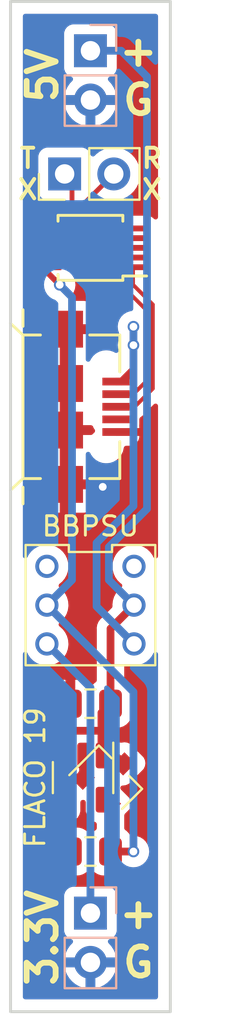
<source format=kicad_pcb>
(kicad_pcb (version 20211014) (generator pcbnew)
  (title_block (title "BBPSU-USBTTL") (date "2022-11-03") (rev "0.1") (company "FLACO 2022, licence of this PCB is CC-BY-NC-SA") (comment 1 "Breadboard 3.3V power supply with micro USB input"))
  (layers (0 "F.Cu" signal) (31 "B.Cu" signal) (34 "B.Paste" user) (35 "F.Paste" user) (36 "B.SilkS" user "B.Silkscreen") (37 "F.SilkS" user "F.Silkscreen") (38 "B.Mask" user) (39 "F.Mask" user) (44 "Edge.Cuts" user))
  (net 0 "")
  (net 1 "GND")
  (net 2 "+3.3V")
  (net 3 "+5V")
  (net 4 "/D-")
  (net 5 "/D+")
  (net 10 "/TXD")
  (net 11 "/RXD")
  (net 15 "Net-(SW1-Pad5)")
  (net 16 "Net-(SW1-Pad3)")
  (footprint "Sassa:USB-MICRO-B" (layer "F.Cu") (at 149.479 103.44175 -90)
    (fp_text reference "J1" hide)
    (fp_text value "USB_OTG")
    (fp_line (start 3.7 2.15) (end 4.3 2.8) (layer "F.SilkS") (width 0.15))
    (fp_line (start -3.7 2.15) (end -3.7 1.25) (layer "F.SilkS") (width 0.15))
    (fp_line (start 4.15 2.15) (end 5 2.15) (layer "F.SilkS") (width 0.15))
    (fp_line (start -3.7 2.15) (end -4.3 2.8) (layer "F.SilkS") (width 0.15))
    (fp_line (start -3.7 -2.85) (end -3.7 -1.3) (layer "F.SilkS") (width 0.15))
    (fp_line (start 3.7 2.15) (end 3.7 1.25) (layer "F.SilkS") (width 0.15))
    (fp_line (start -1.8 -2.85) (end -3.7 -2.85) (layer "F.SilkS") (width 0.15))
    (fp_line (start -4.15 2.15) (end -5 2.15) (layer "F.SilkS") (width 0.15))
    (fp_line (start -3.7 2.15) (end 3.7 2.15) (layer "F.SilkS") (width 0.15))
    (fp_line (start 3.7 -2.85) (end 3.7 -1.3) (layer "F.SilkS") (width 0.15))
    (fp_line (start 1.8 -2.85) (end 3.7 -2.85) (layer "F.SilkS") (width 0.15))
    (pad "" np_thru_hole circle locked (at 2 -2.15 270) (size 0.8 0.8) (drill 0.8) (layers *.Cu))
    (pad "" np_thru_hole circle locked (at -2 -2.15 270) (size 0.8 0.8) (drill 0.8) (layers *.Cu))
    (pad "1" smd rect locked (at -1.3 -2.65 270) (size 0.4 1.4) (layers "F.Cu" "F.Paste" "F.Mask") (net 3 "+5V"))
    (pad "2" smd rect locked (at -0.65 -2.65 270) (size 0.4 1.4) (layers "F.Cu" "F.Paste" "F.Mask") (net 4 "/D-"))
    (pad "3" smd rect locked (at 0 -2.65 270) (size 0.4 1.4) (layers "F.Cu" "F.Paste" "F.Mask") (net 5 "/D+"))
    (pad "4" smd rect locked (at 0.65 -2.65 270) (size 0.4 1.4) (layers "F.Cu" "F.Paste" "F.Mask"))
    (pad "5" smd rect locked (at 1.3 -2.65 270) (size 0.4 1.4) (layers "F.Cu" "F.Paste" "F.Mask") (net 1 "GND"))
    (pad "6" smd rect locked (at -1.2 0 270) (size 1.9 1.9) (layers "F.Cu" "F.Paste" "F.Mask") (net 1 "GND"))
    (pad "6" smd rect locked (at 1.2 0 270) (size 1.9 1.9) (layers "F.Cu" "F.Paste" "F.Mask") (net 1 "GND"))
    (pad "6" smd rect locked (at 4 0 270) (size 1.9 1.9) (layers "F.Cu" "F.Paste" "F.Mask") (net 1 "GND"))
    (pad "6" smd rect locked (at -4 0 270) (size 1.9 1.9) (layers "F.Cu" "F.Paste" "F.Mask") (net 1 "GND"))
  )
  (footprint "Sassa:SW_PUSH_Self-locking_5.8mm" (layer "F.Cu") (at 150.8125 113.66525 -90)
    (fp_text reference "SW1" hide)
    (fp_text value "SW_DPDT_x2")
    (fp_line (start -3.1 -1.116666) (end -2.74 -1.116666) (layer "F.SilkS") (width 0.12))
    (fp_line (start -2.74 1.116666) (end -3.1 1.116666) (layer "F.SilkS") (width 0.12))
    (fp_line (start -3.1 1.116666) (end -3.1 3.35) (layer "F.SilkS") (width 0.12))
    (fp_line (start -2.74 -1.116666) (end -2.74 1.116666) (layer "F.SilkS") (width 0.12))
    (fp_line (start 3.1 -3.35) (end -3.1 -3.35) (layer "F.SilkS") (width 0.12))
    (fp_line (start 3.1 3.35) (end 3.1 -3.35) (layer "F.SilkS") (width 0.12))
    (fp_line (start -3.1 -3.35) (end -3.1 -1.116666) (layer "F.SilkS") (width 0.12))
    (fp_line (start -3.1 3.35) (end 3.1 3.35) (layer "F.SilkS") (width 0.12))
    (pad "1" thru_hole circle (at -2 2.25 270) (size 1.2 1.2) (drill 0.8) (layers *.Cu *.Mask))
    (pad "2" thru_hole circle (at 0 2.25 270) (size 1.2 1.2) (drill 0.8) (layers *.Cu *.Mask) (net 2 "+3.3V"))
    (pad "3" thru_hole circle (at 2 2.25 270) (size 1.2 1.2) (drill 0.8) (layers *.Cu *.Mask) (net 16 "Net-(SW1-Pad3)"))
    (pad "4" thru_hole circle (at -2 -2.25 270) (size 1.2 1.2) (drill 0.8) (layers *.Cu *.Mask))
    (pad "5" thru_hole circle (at 0 -2.25 270) (size 1.2 1.2) (drill 0.8) (layers *.Cu *.Mask) (net 15 "Net-(SW1-Pad5)"))
    (pad "6" thru_hole circle (at 2 -2.25 270) (size 1.2 1.2) (drill 0.8) (layers *.Cu *.Mask) (net 3 "+5V"))
  )
  (footprint "Capacitor_SMD:C_0805_2012Metric_Pad1.18x1.45mm_HandSolder" (layer "F.Cu") (at 150.8125 118.745 180)
    (fp_text reference "C2" hide)
    (fp_text value "C")
    (fp_line (start -0.261252 -0.735) (end 0.261252 -0.735) (layer "F.SilkS") (width 0.12))
    (fp_line (start -0.261252 0.735) (end 0.261252 0.735) (layer "F.SilkS") (width 0.12))
    (pad "1" smd roundrect (at -1.0375 0 180) (size 1.175 1.45) (layers "F.Cu" "F.Paste" "F.Mask") (roundrect_rratio 0.212766) (net 15 "Net-(SW1-Pad5)"))
    (pad "2" smd roundrect (at 1.0375 0 180) (size 1.175 1.45) (layers "F.Cu" "F.Paste" "F.Mask") (roundrect_rratio 0.212766) (net 1 "GND"))
  )
  (footprint "Capacitor_SMD:C_0805_2012Metric_Pad1.18x1.45mm_HandSolder" (layer "F.Cu") (at 150.8125 126.365 180)
    (fp_text reference "C3" hide)
    (fp_text value "C")
    (fp_line (start -0.261252 0.735) (end 0.261252 0.735) (layer "F.SilkS") (width 0.12))
    (fp_line (start -0.261252 -0.735) (end 0.261252 -0.735) (layer "F.SilkS") (width 0.12))
    (pad "1" smd roundrect (at -1.0375 0 180) (size 1.175 1.45) (layers "F.Cu" "F.Paste" "F.Mask") (roundrect_rratio 0.212766) (net 2 "+3.3V"))
    (pad "2" smd roundrect (at 1.0375 0 180) (size 1.175 1.45) (layers "F.Cu" "F.Paste" "F.Mask") (roundrect_rratio 0.212766) (net 1 "GND"))
  )
  (footprint "Package_TO_SOT_SMD:SOT-23-5" (layer "F.Cu") (at 150.4315 122.555 -90)
    (fp_text reference "U1" hide)
    (fp_text value "SPX3819M5-L-3-3")
    (fp_line (start 0 -1.56) (end -1.8 -1.56) (layer "F.SilkS") (width 0.12))
    (fp_line (start 0 1.56) (end -0.8 1.56) (layer "F.SilkS") (width 0.12))
    (fp_line (start 0 1.56) (end 0.8 1.56) (layer "F.SilkS") (width 0.12))
    (fp_line (start 0 -1.56) (end 0.8 -1.56) (layer "F.SilkS") (width 0.12))
    (pad "1" smd roundrect (at -1.1375 -0.95 270) (size 1.325 0.6) (layers "F.Cu" "F.Paste" "F.Mask") (net 15 "Net-(SW1-Pad5)"))
    (pad "2" smd roundrect (at -1.1375 0 270) (size 1.325 0.6) (layers "F.Cu" "F.Paste" "F.Mask") (net 1 "GND"))
    (pad "3" smd roundrect (at -1.1375 0.95 270) (size 1.325 0.6) (layers "F.Cu" "F.Paste" "F.Mask") (net 15 "Net-(SW1-Pad5)"))
    (pad "4" smd roundrect (at 1.1375 0.95 270) (size 1.325 0.6) (layers "F.Cu" "F.Paste" "F.Mask"))
    (pad "5" smd roundrect (at 1.1375 -0.95 270) (size 1.325 0.6) (layers "F.Cu" "F.Paste" "F.Mask") (net 2 "+3.3V"))
  )
  (footprint "Connector_PinHeader_2.54mm:PinHeader_1x02_P2.54mm_Vertical" (layer "F.Cu") (at 149.479 91.44 90)
    (fp_text reference "J5" hide)
    (fp_text value "Conn_01x02")
    (fp_line (start -1.33 1.27) (end -1.33 3.87) (layer "F.SilkS") (width 0.12))
    (fp_line (start -1.33 -1.33) (end 0 -1.33) (layer "F.SilkS") (width 0.12))
    (fp_line (start -1.33 1.27) (end 1.33 1.27) (layer "F.SilkS") (width 0.12))
    (fp_line (start -1.33 3.87) (end 1.33 3.87) (layer "F.SilkS") (width 0.12))
    (fp_line (start 1.33 1.27) (end 1.33 3.87) (layer "F.SilkS") (width 0.12))
    (fp_line (start -1.33 0) (end -1.33 -1.33) (layer "F.SilkS") (width 0.12))
    (pad "1" thru_hole rect (at 0 0 90) (size 1.7 1.7) (drill 1) (layers *.Cu *.Mask) (net 10 "/TXD"))
    (pad "2" thru_hole oval (at 0 2.54 90) (size 1.7 1.7) (drill 1) (layers *.Cu *.Mask) (net 11 "/RXD"))
  )
  (footprint "Sassa:SOT-23" (layer "F.Cu") (at 151.8285 122.555 45)
    (fp_text reference "U2" hide)
    (fp_text value "XC6206PxxxMR")
    (fp_line (start 0.76 1.58) (end 0.76 0.65) (layer "F.SilkS") (width 0.12))
    (fp_line (start 0.76 -1.58) (end -1.4 -1.58) (layer "F.SilkS") (width 0.12))
    (fp_line (start 0.76 1.58) (end -0.7 1.58) (layer "F.SilkS") (width 0.12))
    (fp_line (start 0.76 -1.58) (end 0.76 -0.65) (layer "F.SilkS") (width 0.12))
    (pad "1" smd rect (at -1 -0.95 45) (size 0.9 0.8) (layers "F.Cu" "F.Paste" "F.Mask") (net 1 "GND"))
    (pad "2" smd rect (at -1 0.95 45) (size 0.9 0.8) (layers "F.Cu" "F.Paste" "F.Mask") (net 2 "+3.3V"))
    (pad "3" smd rect (at 1 0 45) (size 0.9 0.8) (layers "F.Cu" "F.Paste" "F.Mask") (net 15 "Net-(SW1-Pad5)"))
  )
  (footprint "Package_SO:MSOP-10_3x3mm_P0.5mm" (layer "F.Cu") (at 150.8125 95.25 180)
    (fp_text reference "U3" hide)
    (fp_text value "CH340E")
    (fp_line (start -1.675 1.675) (end -1.675 1.375) (layer "F.SilkS") (width 0.15))
    (fp_line (start 1.675 -1.675) (end 1.675 -1.375) (layer "F.SilkS") (width 0.15))
    (fp_line (start -1.675 -1.675) (end -1.675 -1.45) (layer "F.SilkS") (width 0.15))
    (fp_line (start -1.675 -1.45) (end -2.9 -1.45) (layer "F.SilkS") (width 0.15))
    (fp_line (start -1.675 1.675) (end 1.675 1.675) (layer "F.SilkS") (width 0.15))
    (fp_line (start 1.675 1.675) (end 1.675 1.375) (layer "F.SilkS") (width 0.15))
    (fp_line (start -1.675 -1.675) (end 1.675 -1.675) (layer "F.SilkS") (width 0.15))
    (pad "1" smd rect (at -2.2 -1 180) (size 1.4 0.3) (layers "F.Cu" "F.Paste" "F.Mask") (net 5 "/D+"))
    (pad "2" smd rect (at -2.2 -0.5 180) (size 1.4 0.3) (layers "F.Cu" "F.Paste" "F.Mask") (net 4 "/D-"))
    (pad "3" smd rect (at -2.2 0 180) (size 1.4 0.3) (layers "F.Cu" "F.Paste" "F.Mask") (net 1 "GND"))
    (pad "4" smd rect (at -2.2 0.5 180) (size 1.4 0.3) (layers "F.Cu" "F.Paste" "F.Mask"))
    (pad "5" smd rect (at -2.2 1 180) (size 1.4 0.3) (layers "F.Cu" "F.Paste" "F.Mask"))
    (pad "6" smd rect (at 2.2 1 180) (size 1.4 0.3) (layers "F.Cu" "F.Paste" "F.Mask"))
    (pad "7" smd rect (at 2.2 0.5 180) (size 1.4 0.3) (layers "F.Cu" "F.Paste" "F.Mask") (net 2 "+3.3V"))
    (pad "8" smd rect (at 2.2 0 180) (size 1.4 0.3) (layers "F.Cu" "F.Paste" "F.Mask") (net 10 "/TXD"))
    (pad "9" smd rect (at 2.2 -0.5 180) (size 1.4 0.3) (layers "F.Cu" "F.Paste" "F.Mask") (net 11 "/RXD"))
    (pad "10" smd rect (at 2.2 -1 180) (size 1.4 0.3) (layers "F.Cu" "F.Paste" "F.Mask") (net 2 "+3.3V"))
  )
  (footprint "Connector_PinHeader_2.54mm:PinHeader_1x02_P2.54mm_Vertical" (layer "B.Cu") (at 150.8125 85.09 180)
    (fp_text reference "J3" hide)
    (fp_text value "Conn_01x02")
    (fp_line (start -1.33 0) (end -1.33 1.33) (layer "B.SilkS") (width 0.12))
    (fp_line (start -1.33 -3.87) (end 1.33 -3.87) (layer "B.SilkS") (width 0.12))
    (fp_line (start -1.33 1.33) (end 0 1.33) (layer "B.SilkS") (width 0.12))
    (fp_line (start -1.33 -1.27) (end 1.33 -1.27) (layer "B.SilkS") (width 0.12))
    (fp_line (start -1.33 -1.27) (end -1.33 -3.87) (layer "B.SilkS") (width 0.12))
    (fp_line (start 1.33 -1.27) (end 1.33 -3.87) (layer "B.SilkS") (width 0.12))
    (pad "1" thru_hole rect (at 0 0 180) (size 1.7 1.7) (drill 1) (layers *.Cu *.Mask) (net 15 "Net-(SW1-Pad5)"))
    (pad "2" thru_hole oval (at 0 -2.54 180) (size 1.7 1.7) (drill 1) (layers *.Cu *.Mask) (net 1 "GND"))
  )
  (footprint "Connector_PinHeader_2.54mm:PinHeader_1x02_P2.54mm_Vertical" (layer "B.Cu") (at 150.8125 129.54 180)
    (fp_text reference "J4" hide)
    (fp_text value "Conn_01x02")
    (fp_line (start 1.33 -1.27) (end 1.33 -3.87) (layer "B.SilkS") (width 0.12))
    (fp_line (start -1.33 -1.27) (end 1.33 -1.27) (layer "B.SilkS") (width 0.12))
    (fp_line (start -1.33 1.33) (end 0 1.33) (layer "B.SilkS") (width 0.12))
    (fp_line (start -1.33 0) (end -1.33 1.33) (layer "B.SilkS") (width 0.12))
    (fp_line (start -1.33 -3.87) (end 1.33 -3.87) (layer "B.SilkS") (width 0.12))
    (fp_line (start -1.33 -1.27) (end -1.33 -3.87) (layer "B.SilkS") (width 0.12))
    (pad "1" thru_hole rect (at 0 0 180) (size 1.7 1.7) (drill 1) (layers *.Cu *.Mask) (net 16 "Net-(SW1-Pad3)"))
    (pad "2" thru_hole oval (at 0 -2.54 180) (size 1.7 1.7) (drill 1) (layers *.Cu *.Mask) (net 1 "GND"))
  )
  (gr_line (start 154.94 134.62) (end 146.685 134.62) (layer "Edge.Cuts") (width 0.15))
  (gr_line (start 154.94 82.55) (end 154.94 134.62) (layer "Edge.Cuts") (width 0.15))
  (gr_line (start 146.685 82.55) (end 154.94 82.55) (layer "Edge.Cuts") (width 0.15))
  (gr_line (start 146.685 134.62) (end 146.685 82.55) (layer "Edge.Cuts") (width 0.15))
  (gr_text "3.3V" (at 148.336 130.81 90) (layer "F.SilkS") (effects (font (size 1.5 1.5) (thickness 0.3))))
  (gr_text "5V" (at 148.336 86.36 90) (layer "F.SilkS") (effects (font (size 1.5 1.5) (thickness 0.3))))
  (gr_text "+" (at 153.289 129.54) (layer "F.SilkS") (effects (font (size 1.5 1.5) (thickness 0.3))))
  (gr_text "+" (at 153.289 85.09) (layer "F.SilkS") (effects (font (size 1.5 1.5) (thickness 0.3))))
  (gr_text "T\nX" (at 147.574 91.44) (layer "F.SilkS") (effects (font (size 1 1) (thickness 0.2))))
  (gr_text "G" (at 153.289 132.08) (layer "F.SilkS") (effects (font (size 1.5 1.5) (thickness 0.3))))
  (gr_text "FLACO 19" (at 147.955 122.555 90) (layer "F.SilkS") (effects (font (size 1 1))))
  (gr_text "R\nX" (at 153.9875 91.44) (layer "F.SilkS") (effects (font (size 1 1) (thickness 0.2))))
  (gr_text "G\n" (at 153.289 87.63) (layer "F.SilkS") (effects (font (size 1.5 1.5) (thickness 0.3))))
  (gr_text "BBPSU" (at 150.8125 109.601) (layer "F.SilkS") (effects (font (size 1 1))))
  (segment (start 149.5825 118.725) (end 149.5625 118.745) (width 0.5) (layer "F.Cu") (net 1))
  (segment (start 149.5625 118.765) (end 149.5625 118.745) (width 0.5) (layer "F.Cu") (net 1))
  (segment (start 147.955 118.745) (end 149.775 118.745) (width 0.4) (layer "F.Cu") (net 1))
  (segment (start 152.129 104.74175) (end 153.64 104.74175) (width 0.4) (layer "F.Cu") (net 1))
  (segment (start 148.371355 122.590355) (end 147.955 122.174) (width 0.4) (layer "F.Cu") (net 1))
  (segment (start 150.449642 122.590355) (end 148.371355 122.590355) (width 0.4) (layer "F.Cu") (net 1))
  (segment (start 153.0125 95.25) (end 151.384 95.25) (width 0.25) (layer "F.Cu") (net 1))
  (segment (start 150.4315 121.4175) (end 150.4315 122.572213) (width 0.4) (layer "F.Cu") (net 1))
  (segment (start 150.4315 122.572213) (end 150.449642 122.590355) (width 0.4) (layer "F.Cu") (net 1))
  (segment (start 147.955 122.174) (end 147.955 118.745) (width 0.4) (layer "F.Cu") (net 1))
  (via (at 151.4475 107.56925) (size 0.6) (drill 0.4) (layers "F.Cu" "B.Cu") (net 1))
  (segment (start 151.793145 123.933858) (end 151.622858 123.933858) (width 0.4) (layer "F.Cu") (net 2))
  (segment (start 151.85 126.365) (end 151.85 123.990713) (width 0.4) (layer "F.Cu") (net 2))
  (segment (start 148.6125 96.25) (end 148.6125 96.5425) (width 0.3) (layer "F.Cu") (net 2))
  (segment (start 147.5105 96.25) (end 148.6125 96.25) (width 0.3) (layer "F.Cu") (net 2))
  (segment (start 147.5105 94.75) (end 147.5105 96.25) (width 0.3) (layer "F.Cu") (net 2))
  (segment (start 148.6125 94.75) (end 147.5105 94.75) (width 0.3) (layer "F.Cu") (net 2))
  (segment (start 148.6125 96.5425) (end 149.225 97.155) (width 0.3) (layer "F.Cu") (net 2))
  (segment (start 151.85 123.990713) (end 151.793145 123.933858) (width 0.4) (layer "F.Cu") (net 2))
  (segment (start 153.035 126.365) (end 151.85 126.365) (width 0.4) (layer "F.Cu") (net 2))
  (segment (start 151.622858 123.933858) (end 151.3815 123.6925) (width 0.4) (layer "F.Cu") (net 2))
  (via (at 149.225 97.155) (size 0.6) (drill 0.4) (layers "F.Cu" "B.Cu") (net 2))
  (via (at 153.035 126.365) (size 0.6) (drill 0.4) (layers "F.Cu" "B.Cu") (net 2))
  (segment (start 149.225 97.155) (end 149.86 97.79) (width 0.4) (layer "B.Cu") (net 2))
  (segment (start 153.035 118.13775) (end 153.035 126.365) (width 0.4) (layer "B.Cu") (net 2))
  (segment (start 148.5625 113.66525) (end 153.035 118.13775) (width 0.4) (layer "B.Cu") (net 2))
  (segment (start 149.86 112.36775) (end 148.5625 113.66525) (width 0.4) (layer "B.Cu") (net 2))
  (segment (start 149.86 97.79) (end 149.86 112.36775) (width 0.4) (layer "B.Cu") (net 2))
  (segment (start 152.129 102.14175) (end 152.43 102.14175) (width 0.4) (layer "F.Cu") (net 3))
  (segment (start 152.43 102.14175) (end 153.035 101.53675) (width 0.4) (layer "F.Cu") (net 3))
  (segment (start 153.035 100.26675) (end 153.035 99.314258) (width 0.4) (layer "F.Cu") (net 3))
  (segment (start 153.035 101.53675) (end 153.035 100.26675) (width 0.4) (layer "F.Cu") (net 3))
  (via (at 153.035 100.26675) (size 0.6) (drill 0.4) (layers "F.Cu" "B.Cu") (net 3))
  (via (at 153.035 99.314258) (size 0.6) (drill 0.4) (layers "F.Cu" "B.Cu") (net 3))
  (segment (start 151.13 113.73275) (end 153.0625 115.66525) (width 0.4) (layer "B.Cu") (net 3))
  (segment (start 153.035 100.26675) (end 153.035 108.553375) (width 0.4) (layer "B.Cu") (net 3))
  (segment (start 151.13 110.458375) (end 151.13 113.73275) (width 0.4) (layer "B.Cu") (net 3))
  (segment (start 153.035 100.26675) (end 153.035 99.314258) (width 0.4) (layer "B.Cu") (net 3))
  (segment (start 153.035 108.553375) (end 151.13 110.458375) (width 0.4) (layer "B.Cu") (net 3))
  (segment (start 151.892 95.9205) (end 152.0625 95.75) (width 0.2) (layer "F.Cu") (net 4))
  (segment (start 152.129 102.79175) (end 153.029 102.79175) (width 0.2) (layer "F.Cu") (net 4))
  (segment (start 153.029 102.79175) (end 153.635 102.18575) (width 0.2) (layer "F.Cu") (net 4))
  (segment (start 151.892 96.647) (end 151.892 95.9205) (width 0.2) (layer "F.Cu") (net 4))
  (segment (start 153.635 98.39) (end 151.892 96.647) (width 0.2) (layer "F.Cu") (net 4))
  (segment (start 152.0625 95.75) (end 153.33 95.75) (width 0.2) (layer "F.Cu") (net 4))
  (segment (start 153.635 102.18575) (end 153.635 98.39) (width 0.2) (layer "F.Cu") (net 4))
  (segment (start 153.0125 97.15) (end 153.0125 96.25) (width 0.2) (layer "F.Cu") (net 5))
  (segment (start 154.035 98.1725) (end 153.0125 97.15) (width 0.2) (layer "F.Cu") (net 5))
  (segment (start 153.09825 103.44175) (end 154.035 102.505) (width 0.2) (layer "F.Cu") (net 5))
  (segment (start 154.035 102.505) (end 154.035 98.1725) (width 0.2) (layer "F.Cu") (net 5))
  (segment (start 152.129 103.44175) (end 153.09825 103.44175) (width 0.2) (layer "F.Cu") (net 5))
  (segment (start 149.86 95.0025) (end 149.86 91.821) (width 0.25) (layer "F.Cu") (net 10))
  (segment (start 149.6125 95.25) (end 149.86 95.0025) (width 0.25) (layer "F.Cu") (net 10))
  (segment (start 148.6125 95.25) (end 149.6125 95.25) (width 0.25) (layer "F.Cu") (net 10))
  (segment (start 149.86 91.821) (end 149.479 91.44) (width 0.25) (layer "F.Cu") (net 10))
  (segment (start 152.019 91.44) (end 150.368 93.091) (width 0.25) (layer "F.Cu") (net 11))
  (segment (start 150.368 95.25) (end 149.868 95.75) (width 0.25) (layer "F.Cu") (net 11))
  (segment (start 149.868 95.75) (end 148.6125 95.75) (width 0.25) (layer "F.Cu") (net 11))
  (segment (start 150.368 93.091) (end 150.368 95.25) (width 0.25) (layer "F.Cu") (net 11))
  (segment (start 152.105214 121.4175) (end 152.535607 121.847893) (width 0.4) (layer "F.Cu") (net 15))
  (segment (start 151.85 118.745) (end 151.85 114.87775) (width 0.4) (layer "F.Cu") (net 15))
  (segment (start 151.85 114.87775) (end 153.0625 113.66525) (width 0.4) (layer "F.Cu") (net 15))
  (segment (start 149.7355 120.1395) (end 151.3815 120.1395) (width 0.4) (layer "F.Cu") (net 15))
  (segment (start 151.3815 121.4175) (end 151.3815 120.1395) (width 0.4) (layer "F.Cu") (net 15))
  (segment (start 151.3815 119.2135) (end 151.85 118.745) (width 0.4) (layer "F.Cu") (net 15))
  (segment (start 151.3815 120.1395) (end 151.3815 119.2135) (width 0.4) (layer "F.Cu") (net 15))
  (segment (start 149.4815 121.4175) (end 149.4815 120.3935) (width 0.4) (layer "F.Cu") (net 15))
  (segment (start 151.3815 121.4175) (end 152.105214 121.4175) (width 0.4) (layer "F.Cu") (net 15))
  (segment (start 149.4815 120.3935) (end 149.7355 120.1395) (width 0.4) (layer "F.Cu") (net 15))
  (segment (start 151.765 112.36775) (end 153.0625 113.66525) (width 0.4) (layer "B.Cu") (net 15))
  (segment (start 152.4 85.09) (end 153.735 86.425) (width 0.4) (layer "B.Cu") (net 15))
  (segment (start 150.8125 85.09) (end 152.4 85.09) (width 0.4) (layer "B.Cu") (net 15))
  (segment (start 153.735 86.425) (end 153.735 108.701903) (width 0.4) (layer "B.Cu") (net 15))
  (segment (start 151.765 110.671903) (end 151.765 112.36775) (width 0.4) (layer "B.Cu") (net 15))
  (segment (start 153.735 108.701903) (end 151.765 110.671903) (width 0.4) (layer "B.Cu") (net 15))
  (segment (start 150.8125 117.91525) (end 150.8125 129.54) (width 0.4) (layer "B.Cu") (net 16))
  (segment (start 148.5625 115.66525) (end 150.8125 117.91525) (width 0.4) (layer "B.Cu") (net 16))
  (zone (net 1) (net_name "GND") (layer "F.Cu") (connect_pads (clearance 0.508)) (min_thickness 0.254) (fill yes (thermal_gap 0.508) (thermal_bridge_width 0.508))
    (polygon (pts (xy 154.305 133.985) (xy 147.32 133.985) (xy 147.32 83.185) (xy 154.305 83.185)))
  )
  (zone (net 1) (net_name "GND") (layer "B.Cu") (connect_pads (clearance 0.508)) (min_thickness 0.254) (fill yes (thermal_gap 0.508) (thermal_bridge_width 0.508))
    (polygon (pts (xy 154.305 133.985) (xy 147.32 133.985) (xy 147.32 83.185) (xy 154.305 83.185)))
  )
)
</source>
